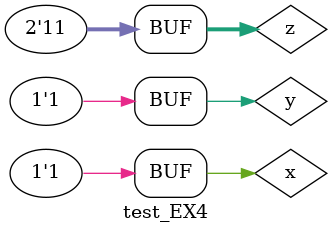
<source format=v>


module SEL (output s,input f1, input f2,
            input f3, input f4, input [1:0] c); 
wire p1, p2, p3, p4, notC, notC1;

not NOT1 (notC,c[0]);
not NOT2 (notC1,c[1]);
and AND1 (p1,f1,notC,notC1);
and AND2 (p2,f2,c[0],notC1);
and AND3 (p3,f3,c[1],notC);
and AND4 (p4,f4,c[0],c[1]);
or OR1 (s,p1,p2,p3,p4);

endmodule // SEL

module EX4 (output s1,input a, input b,
             input [1:0] chave);
wire w, w1, w2, w3;
				 				
or OR1 (w,a,b);
nor NOR1 (w1,a,b);
xor XOR1 (w2,a,b);
xnor XNOR1 (w3,a,b);
SEL modulo (s1,w,w1,w2,w3,chave);

endmodule // OR1 

module test_EX4; 

// ------------------------- definir dados 

reg x, y;
reg [1:0]z;  
wire p;

EX4 modulo (p, x, y, z); 

// ------------------------- parte principal 

initial begin 
$display("Exemplo0034 - Luhan Mairinck Reis - 446987"); 
$display("Test LU's module"); 

x = 'b0; y = 'b0; z = 2'b00;

// projetar testes do modulo 
#1 $display("\na b chave s"); 
#1 $monitor("%b %b %2b    %b" ,x,y,z,p); 

#1 x = 'b0; y = 'b1; z = 2'b00;
#1 x = 'b1; y = 'b0; z = 2'b00;
#1 x = 'b1; y = 'b1; z = 2'b00;
#1 x = 'b0; y = 'b0; z = 2'b10;
#1 x = 'b0; y = 'b1; z = 2'b10;
#1 x = 'b1; y = 'b0; z = 2'b10;
#1 x = 'b1; y = 'b1; z = 2'b10;
#1 x = 'b0; y = 'b0; z = 2'b01;
#1 x = 'b0; y = 'b1; z = 2'b01;
#1 x = 'b1; y = 'b0; z = 2'b01;
#1 x = 'b1; y = 'b1; z = 2'b01;
#1 x = 'b0; y = 'b0; z = 2'b11;
#1 x = 'b0; y = 'b1; z = 2'b11;
#1 x = 'b1; y = 'b0; z = 2'b11;
#1 x = 'b1; y = 'b1; z = 2'b11;



end 
endmodule // test_f4 
</source>
